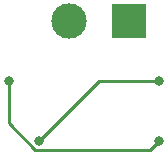
<source format=gbr>
%TF.GenerationSoftware,KiCad,Pcbnew,(6.0.10)*%
%TF.CreationDate,2023-02-23T21:21:35-08:00*%
%TF.ProjectId,Ex 2,45782032-2e6b-4696-9361-645f70636258,rev?*%
%TF.SameCoordinates,Original*%
%TF.FileFunction,Copper,L2,Bot*%
%TF.FilePolarity,Positive*%
%FSLAX46Y46*%
G04 Gerber Fmt 4.6, Leading zero omitted, Abs format (unit mm)*
G04 Created by KiCad (PCBNEW (6.0.10)) date 2023-02-23 21:21:35*
%MOMM*%
%LPD*%
G01*
G04 APERTURE LIST*
%TA.AperFunction,ComponentPad*%
%ADD10R,3.000000X3.000000*%
%TD*%
%TA.AperFunction,ComponentPad*%
%ADD11C,3.000000*%
%TD*%
%TA.AperFunction,ViaPad*%
%ADD12C,0.800000*%
%TD*%
%TA.AperFunction,Conductor*%
%ADD13C,0.250000*%
%TD*%
G04 APERTURE END LIST*
D10*
%TO.P,J1,1,Pin_1*%
%TO.N,+9V*%
X160020000Y-101600000D03*
D11*
%TO.P,J1,2,Pin_2*%
%TO.N,GND*%
X154940000Y-101600000D03*
%TD*%
D12*
%TO.N,/pin_2*%
X162560000Y-111760000D03*
X149860000Y-106680000D03*
%TO.N,+9V*%
X162560000Y-106680000D03*
X152400000Y-111760000D03*
%TD*%
D13*
%TO.N,/pin_2*%
X149860000Y-110245305D02*
X152099695Y-112485000D01*
X152099695Y-112485000D02*
X161835000Y-112485000D01*
X149860000Y-106680000D02*
X149860000Y-110245305D01*
X161835000Y-112485000D02*
X162560000Y-111760000D01*
%TO.N,+9V*%
X152400000Y-111760000D02*
X157480000Y-106680000D01*
X157480000Y-106680000D02*
X162560000Y-106680000D01*
%TD*%
M02*

</source>
